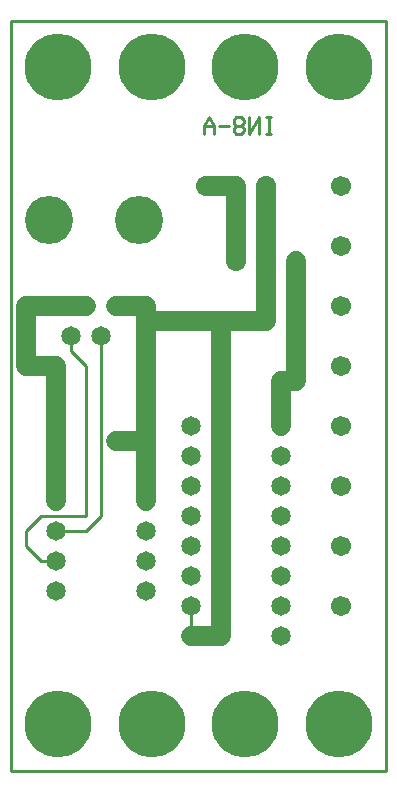
<source format=gbl>
%MOIN*%
%FSLAX25Y25*%
G04 D10 used for Character Trace; *
G04     Circle (OD=.01000) (No hole)*
G04 D11 used for Power Trace; *
G04     Circle (OD=.06700) (No hole)*
G04 D12 used for Signal Trace; *
G04     Circle (OD=.01100) (No hole)*
G04 D13 used for Via; *
G04     Circle (OD=.05800) (Round. Hole ID=.02800)*
G04 D14 used for Component hole; *
G04     Circle (OD=.06500) (Round. Hole ID=.03500)*
G04 D15 used for Component hole; *
G04     Circle (OD=.06700) (Round. Hole ID=.04300)*
G04 D16 used for Component hole; *
G04     Circle (OD=.08100) (Round. Hole ID=.05100)*
G04 D17 used for Component hole; *
G04     Circle (OD=.08900) (Round. Hole ID=.05900)*
G04 D18 used for Component hole; *
G04     Circle (OD=.11300) (Round. Hole ID=.08300)*
G04 D19 used for Component hole; *
G04     Circle (OD=.16000) (Round. Hole ID=.13000)*
G04 D20 used for Component hole; *
G04     Circle (OD=.18300) (Round. Hole ID=.15300)*
G04 D21 used for Component hole; *
G04     Circle (OD=.22291) (Round. Hole ID=.19291)*
%ADD10C,.01000*%
%ADD11C,.06700*%
%ADD12C,.01100*%
%ADD13C,.05800*%
%ADD14C,.06500*%
%ADD15C,.06700*%
%ADD16C,.08100*%
%ADD17C,.08900*%
%ADD18C,.11300*%
%ADD19C,.16000*%
%ADD20C,.18300*%
%ADD21C,.22291*%
%IPPOS*%
%LPD*%
G90*X0Y0D02*D21*X15625Y15625D03*X46875D03*D14*    
X45000Y60000D03*X15000D03*X60000Y45000D03*D11*    
X70000D01*Y130000D01*D14*D03*D11*Y150000D01*      
X45000D01*Y110000D01*Y90000D01*D14*D03*Y80000D03* 
X60000Y75000D03*Y105000D03*Y85000D03*Y95000D03*   
D12*X25000Y80000D02*X30000Y85000D01*              
X15000Y80000D02*X25000D01*D14*X15000D03*D12*      
X5000D02*X10000Y85000D01*X5000Y75000D02*Y80000D01*
X10000Y70000D02*X5000Y75000D01*X10000Y70000D02*   
X15000D01*D14*D03*D12*X30000Y85000D02*Y145000D01* 
D14*D03*X35000Y155000D03*D11*X45000D01*Y150000D01*
D14*X25000Y155000D03*D11*X5000D01*Y135000D01*     
X15000D01*Y110000D01*D14*D03*D11*Y90000D01*D14*   
D03*D12*X10000Y85000D02*X25000D01*Y135000D01*     
X20000Y140000D01*Y145000D01*D14*D03*              
X35000Y110000D03*D11*X45000D01*D14*               
X60000Y115000D03*D11*X75000Y150000D02*X85000D01*  
D15*X75000D03*D11*X70000D01*X85000D02*Y195000D01* 
D15*D03*D11*X75000Y170000D02*Y195000D01*D15*      
Y170000D03*D13*X95000D03*D11*Y130000D01*X90000D01*
D14*D03*D11*Y115000D01*D14*D03*Y105000D03*D15*    
X110000Y95000D03*Y135000D03*Y115000D03*D14*       
X90000Y95000D03*Y85000D03*D15*X110000Y155000D03*  
D14*X90000Y75000D03*D15*X110000D03*D14*           
X45000Y70000D03*X60000Y65000D03*X90000D03*        
X60000Y55000D03*D12*Y45000D01*D14*X90000D03*      
Y55000D03*D21*X78125Y15625D03*X109375D03*D15*     
X110000Y55000D03*D12*X0Y0D02*X125000D01*          
Y250000D01*X0D01*Y0D01*D15*X110000Y175000D03*D19* 
X42500Y183500D03*X12500D03*D15*X110000Y195000D03* 
D11*X65000D02*X75000D01*D15*X65000D03*D10*        
X85837Y212129D02*Y217871D01*X86674Y212129D02*     
X85000D01*X86674Y217871D02*X85000D01*             
X82511Y212129D02*Y217871D01*X79163Y212129D01*     
Y217871D01*X76674Y215000D02*X77511Y215957D01*     
Y216914D01*X76674Y217871D01*X75000D01*            
X74163Y216914D01*Y215957D01*X75000Y215000D01*     
X76674D01*X77511Y214043D01*Y213086D01*            
X76674Y212129D01*X75000D01*X74163Y213086D01*      
Y214043D01*X75000Y215000D01*X72511D02*X69163D01*  
X67511Y212129D02*Y215000D01*X65837Y217871D01*     
X64163Y215000D01*Y212129D01*X67511Y215000D02*     
X64163D01*D21*X78125Y234375D03*X46875D03*         
X109375D03*X15625D03*M02*                         

</source>
